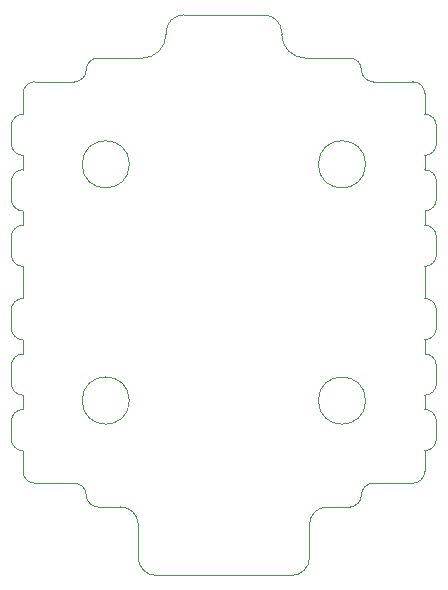
<source format=gbr>
%TF.GenerationSoftware,KiCad,Pcbnew,7.0.2*%
%TF.CreationDate,2023-05-24T20:20:14+03:00*%
%TF.ProjectId,Slimmeri_GD32,536c696d-6d65-4726-995f-474433322e6b,rev?*%
%TF.SameCoordinates,Original*%
%TF.FileFunction,Profile,NP*%
%FSLAX46Y46*%
G04 Gerber Fmt 4.6, Leading zero omitted, Abs format (unit mm)*
G04 Created by KiCad (PCBNEW 7.0.2) date 2023-05-24 20:20:14*
%MOMM*%
%LPD*%
G01*
G04 APERTURE LIST*
%TA.AperFunction,Profile*%
%ADD10C,0.100000*%
%TD*%
G04 APERTURE END LIST*
D10*
X147150000Y-57000000D02*
G75*
G03*
X148150000Y-58000000I999999J-1D01*
G01*
X151500000Y-58000000D02*
X148150000Y-58000000D01*
X147150000Y-57000000D02*
G75*
G03*
X146150000Y-56000000I-999999J1D01*
G01*
X152500000Y-59000000D02*
G75*
G03*
X151500000Y-58000000I-999999J1D01*
G01*
X118500000Y-91000000D02*
G75*
G03*
X119500000Y-92000000I1000000J0D01*
G01*
X123850000Y-93000000D02*
G75*
G03*
X122850000Y-92000000I-999999J1D01*
G01*
X119500000Y-92000000D02*
X122850000Y-92000000D01*
X123850000Y-93000000D02*
G75*
G03*
X124850000Y-94000000I999999J-1D01*
G01*
X151500000Y-92000000D02*
G75*
G03*
X152500000Y-91000000I1J999999D01*
G01*
X148150000Y-92000000D02*
G75*
G03*
X147150000Y-93000000I0J-1000000D01*
G01*
X146150000Y-94000000D02*
G75*
G03*
X147150000Y-93000000I0J1000000D01*
G01*
X151500000Y-92000000D02*
X148150000Y-92000000D01*
X124850000Y-56000000D02*
G75*
G03*
X123850000Y-57000000I-1J-999999D01*
G01*
X122850000Y-58000000D02*
G75*
G03*
X123850000Y-57000000I1J999999D01*
G01*
X119500000Y-58000000D02*
X122850000Y-58000000D01*
X119500000Y-58000000D02*
G75*
G03*
X118500000Y-59000000I0J-1000000D01*
G01*
X132100000Y-52350000D02*
G75*
G03*
X130600000Y-53850000I0J-1500000D01*
G01*
X140400000Y-53850000D02*
G75*
G03*
X138900000Y-52350000I-1500000J0D01*
G01*
X140400000Y-54000000D02*
X140400000Y-53850000D01*
X130600000Y-54000000D02*
X130600000Y-53850000D01*
X118500000Y-81050000D02*
G75*
G03*
X117500000Y-82050000I0J-1000000D01*
G01*
X118500000Y-76350000D02*
G75*
G03*
X117500000Y-77350000I0J-1000000D01*
G01*
X118500000Y-65450000D02*
X118500000Y-64250000D01*
X138900000Y-52350000D02*
X132100000Y-52350000D01*
X153500000Y-61750000D02*
G75*
G03*
X152500000Y-60750000I-1000000J0D01*
G01*
X152500000Y-73650000D02*
G75*
G03*
X153500000Y-72650000I0J1000000D01*
G01*
X118500000Y-85750000D02*
G75*
G03*
X117500000Y-86750000I0J-1000000D01*
G01*
X152500000Y-68950000D02*
X152500000Y-70150000D01*
X141250000Y-99800000D02*
X129750000Y-99800000D01*
X118500000Y-68950000D02*
X118500000Y-70150000D01*
X153500000Y-72650000D02*
X153500000Y-71150000D01*
X153500000Y-67950000D02*
X153500000Y-66450000D01*
X153500000Y-77350000D02*
G75*
G03*
X152500000Y-76350000I-1000000J0D01*
G01*
X117500000Y-82050000D02*
X117500000Y-83550000D01*
X153500000Y-82050000D02*
G75*
G03*
X152500000Y-81050000I-1000000J0D01*
G01*
X118500000Y-91000000D02*
X118500000Y-89250000D01*
X153500000Y-78850000D02*
X153500000Y-77350000D01*
X127500000Y-85000000D02*
G75*
G03*
X127500000Y-85000000I-2000000J0D01*
G01*
X117500000Y-63250000D02*
G75*
G03*
X118500000Y-64250000I1000000J0D01*
G01*
X153500000Y-83550000D02*
X153500000Y-82050000D01*
X128250000Y-98300000D02*
X128250000Y-95500000D01*
X152500000Y-68950000D02*
G75*
G03*
X153500000Y-67950000I0J1000000D01*
G01*
X117500000Y-83550000D02*
G75*
G03*
X118500000Y-84550000I1000000J0D01*
G01*
X118500000Y-60750000D02*
X118500000Y-59000000D01*
X152500000Y-73650000D02*
X152500000Y-76350000D01*
X144250000Y-94000000D02*
G75*
G03*
X142750000Y-95500000I0J-1500000D01*
G01*
X117500000Y-88250000D02*
G75*
G03*
X118500000Y-89250000I1000000J0D01*
G01*
X153500000Y-86750000D02*
G75*
G03*
X152500000Y-85750000I-1000000J0D01*
G01*
X152500000Y-59000000D02*
X152500000Y-60750000D01*
X153500000Y-63250000D02*
X153500000Y-61750000D01*
X140400000Y-54000000D02*
G75*
G03*
X142400000Y-56000000I2000000J0D01*
G01*
X152500000Y-64250000D02*
X152500000Y-65450000D01*
X128250000Y-95500000D02*
G75*
G03*
X126750000Y-94000000I-1500000J0D01*
G01*
X147500000Y-65000000D02*
G75*
G03*
X147500000Y-65000000I-2000000J0D01*
G01*
X141250000Y-99800000D02*
G75*
G03*
X142750000Y-98300000I0J1500000D01*
G01*
X126750000Y-94000000D02*
X124850000Y-94000000D01*
X128250000Y-98300000D02*
G75*
G03*
X129750000Y-99800000I1500000J0D01*
G01*
X117500000Y-71150000D02*
X117500000Y-72650000D01*
X117500000Y-61750000D02*
X117500000Y-63250000D01*
X153500000Y-66450000D02*
G75*
G03*
X152500000Y-65450000I-1000000J0D01*
G01*
X152500000Y-89250000D02*
X152500000Y-91000000D01*
X153500000Y-88250000D02*
X153500000Y-86750000D01*
X118500000Y-85750000D02*
X118500000Y-84550000D01*
X127500000Y-65000000D02*
G75*
G03*
X127500000Y-65000000I-2000000J0D01*
G01*
X118500000Y-70150000D02*
G75*
G03*
X117500000Y-71150000I0J-1000000D01*
G01*
X117500000Y-77350000D02*
X117500000Y-78850000D01*
X117500000Y-67950000D02*
G75*
G03*
X118500000Y-68950000I1000000J0D01*
G01*
X117500000Y-86750000D02*
X117500000Y-88250000D01*
X128600000Y-56000000D02*
G75*
G03*
X130600000Y-54000000I0J2000000D01*
G01*
X146150000Y-94000000D02*
X144250000Y-94000000D01*
X153500000Y-71150000D02*
G75*
G03*
X152500000Y-70150000I-1000000J0D01*
G01*
X118500000Y-76350000D02*
X118500000Y-73650000D01*
X117500000Y-72650000D02*
G75*
G03*
X118500000Y-73650000I1000000J0D01*
G01*
X118500000Y-81050000D02*
X118500000Y-79850000D01*
X118500000Y-65450000D02*
G75*
G03*
X117500000Y-66450000I0J-1000000D01*
G01*
X117500000Y-78850000D02*
G75*
G03*
X118500000Y-79850000I1000000J0D01*
G01*
X152500000Y-81050000D02*
X152500000Y-79850000D01*
X152500000Y-79850000D02*
G75*
G03*
X153500000Y-78850000I0J1000000D01*
G01*
X152500000Y-89250000D02*
G75*
G03*
X153500000Y-88250000I0J1000000D01*
G01*
X117500000Y-66450000D02*
X117500000Y-67950000D01*
X147500000Y-85000000D02*
G75*
G03*
X147500000Y-85000000I-2000000J0D01*
G01*
X152500000Y-84550000D02*
G75*
G03*
X153500000Y-83550000I0J1000000D01*
G01*
X128600000Y-56000000D02*
X124850000Y-56000000D01*
X146150000Y-56000000D02*
X142400000Y-56000000D01*
X118500000Y-60750000D02*
G75*
G03*
X117500000Y-61750000I0J-1000000D01*
G01*
X142750000Y-95500000D02*
X142750000Y-98300000D01*
X152500000Y-84550000D02*
X152500000Y-85750000D01*
X152500000Y-64250000D02*
G75*
G03*
X153500000Y-63250000I0J1000000D01*
G01*
M02*

</source>
